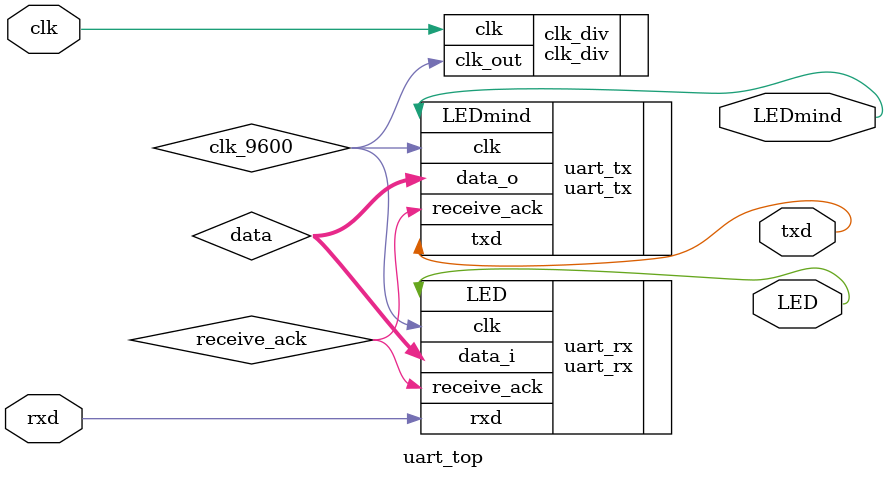
<source format=v>
`timescale 1ns / 1ps


module uart_top(
    output txd,
    input rxd,
    input clk,
    output LEDmind,
    output LED
);
    wire clk_9600; 
    wire receive_ack; 
    wire [7:0]data;
//´®¿Ú·¢ËÍÄ£¿é
uart_tx uart_tx(
    .clk(clk_9600),
    .txd(txd),
    //.rst(1),
    .data_o(data), 
    .receive_ack(receive_ack),
    .LEDmind(LEDmind)
);
//´®¿Ú½ÓÊÕÄ£¿é
uart_rx uart_rx(
    .clk(clk_9600),
    .rxd(rxd),
    .data_i(data),
    .receive_ack( receive_ack),
    .LED(LED)
);
//Ê±ÖÓÄ£¿é
clk_div clk_div(
.clk(clk),
.clk_out(clk_9600)
);

endmodule

</source>
